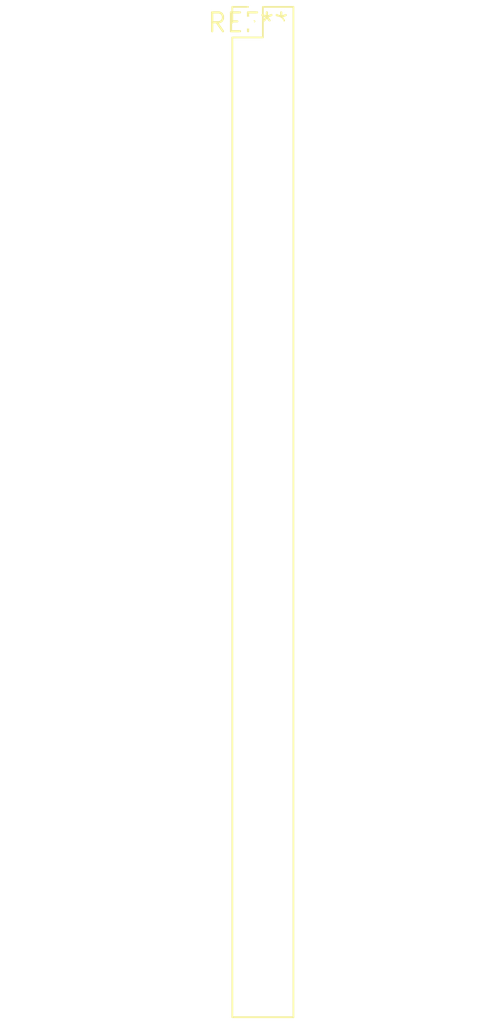
<source format=kicad_pcb>
(kicad_pcb (version 20240108) (generator pcbnew)
  (layers (0 "F.Cu" signal) (31 "B.Cu" signal) (34 "B.Paste" user) (35 "F.Paste" user) (36 "B.SilkS" user "B.Silkscreen") (37 "F.SilkS" user "F.Silkscreen") (38 "B.Mask" user) (39 "F.Mask" user) (44 "Edge.Cuts" user))
  (net 0 "")
  (footprint "PinHeader_2x34_P2.00mm_Vertical" (layer "F.Cu") (at 0 0)
    (property "Reference" "REF**")
    (property "Value" "PinHeader_2x34_P2.00mm_Vertical")
    (fp_line (start -1.06 -1.06) (end 0 -1.06) (layer "F.SilkS") (stroke (width 0.12)))
    (fp_line (start -1.06 0) (end -1.06 -1.06) (layer "F.SilkS") (stroke (width 0.12)))
    (fp_line (start -1.06 1) (end -1.06 67.06) (layer "F.SilkS") (stroke (width 0.12)))
    (fp_line (start -1.06 1) (end 1 1) (layer "F.SilkS") (stroke (width 0.12)))
    (fp_line (start -1.06 67.06) (end 3.06 67.06) (layer "F.SilkS") (stroke (width 0.12)))
    (fp_line (start 1 -1.06) (end 3.06 -1.06) (layer "F.SilkS") (stroke (width 0.12)))
    (fp_line (start 1 1) (end 1 -1.06) (layer "F.SilkS") (stroke (width 0.12)))
    (fp_line (start 3.06 -1.06) (end 3.06 67.06) (layer "F.SilkS") (stroke (width 0.12)))
    (pad "1" thru_hole rect (at 0 0) (size 1.35 1.35) (drill 0.8) (layers *.Cu *.Mask) (remove_unused_layers))
    (pad "2" thru_hole oval (at 2 0) (size 1.35 1.35) (drill 0.8) (layers *.Cu *.Mask) (remove_unused_layers))
    (pad "3" thru_hole oval (at 0 2) (size 1.35 1.35) (drill 0.8) (layers *.Cu *.Mask) (remove_unused_layers))
    (pad "4" thru_hole oval (at 2 2) (size 1.35 1.35) (drill 0.8) (layers *.Cu *.Mask) (remove_unused_layers))
    (pad "5" thru_hole oval (at 0 4) (size 1.35 1.35) (drill 0.8) (layers *.Cu *.Mask) (remove_unused_layers))
    (pad "6" thru_hole oval (at 2 4) (size 1.35 1.35) (drill 0.8) (layers *.Cu *.Mask) (remove_unused_layers))
    (pad "7" thru_hole oval (at 0 6) (size 1.35 1.35) (drill 0.8) (layers *.Cu *.Mask) (remove_unused_layers))
    (pad "8" thru_hole oval (at 2 6) (size 1.35 1.35) (drill 0.8) (layers *.Cu *.Mask) (remove_unused_layers))
    (pad "9" thru_hole oval (at 0 8) (size 1.35 1.35) (drill 0.8) (layers *.Cu *.Mask) (remove_unused_layers))
    (pad "10" thru_hole oval (at 2 8) (size 1.35 1.35) (drill 0.8) (layers *.Cu *.Mask) (remove_unused_layers))
    (pad "11" thru_hole oval (at 0 10) (size 1.35 1.35) (drill 0.8) (layers *.Cu *.Mask) (remove_unused_layers))
    (pad "12" thru_hole oval (at 2 10) (size 1.35 1.35) (drill 0.8) (layers *.Cu *.Mask) (remove_unused_layers))
    (pad "13" thru_hole oval (at 0 12) (size 1.35 1.35) (drill 0.8) (layers *.Cu *.Mask) (remove_unused_layers))
    (pad "14" thru_hole oval (at 2 12) (size 1.35 1.35) (drill 0.8) (layers *.Cu *.Mask) (remove_unused_layers))
    (pad "15" thru_hole oval (at 0 14) (size 1.35 1.35) (drill 0.8) (layers *.Cu *.Mask) (remove_unused_layers))
    (pad "16" thru_hole oval (at 2 14) (size 1.35 1.35) (drill 0.8) (layers *.Cu *.Mask) (remove_unused_layers))
    (pad "17" thru_hole oval (at 0 16) (size 1.35 1.35) (drill 0.8) (layers *.Cu *.Mask) (remove_unused_layers))
    (pad "18" thru_hole oval (at 2 16) (size 1.35 1.35) (drill 0.8) (layers *.Cu *.Mask) (remove_unused_layers))
    (pad "19" thru_hole oval (at 0 18) (size 1.35 1.35) (drill 0.8) (layers *.Cu *.Mask) (remove_unused_layers))
    (pad "20" thru_hole oval (at 2 18) (size 1.35 1.35) (drill 0.8) (layers *.Cu *.Mask) (remove_unused_layers))
    (pad "21" thru_hole oval (at 0 20) (size 1.35 1.35) (drill 0.8) (layers *.Cu *.Mask) (remove_unused_layers))
    (pad "22" thru_hole oval (at 2 20) (size 1.35 1.35) (drill 0.8) (layers *.Cu *.Mask) (remove_unused_layers))
    (pad "23" thru_hole oval (at 0 22) (size 1.35 1.35) (drill 0.8) (layers *.Cu *.Mask) (remove_unused_layers))
    (pad "24" thru_hole oval (at 2 22) (size 1.35 1.35) (drill 0.8) (layers *.Cu *.Mask) (remove_unused_layers))
    (pad "25" thru_hole oval (at 0 24) (size 1.35 1.35) (drill 0.8) (layers *.Cu *.Mask) (remove_unused_layers))
    (pad "26" thru_hole oval (at 2 24) (size 1.35 1.35) (drill 0.8) (layers *.Cu *.Mask) (remove_unused_layers))
    (pad "27" thru_hole oval (at 0 26) (size 1.35 1.35) (drill 0.8) (layers *.Cu *.Mask) (remove_unused_layers))
    (pad "28" thru_hole oval (at 2 26) (size 1.35 1.35) (drill 0.8) (layers *.Cu *.Mask) (remove_unused_layers))
    (pad "29" thru_hole oval (at 0 28) (size 1.35 1.35) (drill 0.8) (layers *.Cu *.Mask) (remove_unused_layers))
    (pad "30" thru_hole oval (at 2 28) (size 1.35 1.35) (drill 0.8) (layers *.Cu *.Mask) (remove_unused_layers))
    (pad "31" thru_hole oval (at 0 30) (size 1.35 1.35) (drill 0.8) (layers *.Cu *.Mask) (remove_unused_layers))
    (pad "32" thru_hole oval (at 2 30) (size 1.35 1.35) (drill 0.8) (layers *.Cu *.Mask) (remove_unused_layers))
    (pad "33" thru_hole oval (at 0 32) (size 1.35 1.35) (drill 0.8) (layers *.Cu *.Mask) (remove_unused_layers))
    (pad "34" thru_hole oval (at 2 32) (size 1.35 1.35) (drill 0.8) (layers *.Cu *.Mask) (remove_unused_layers))
    (pad "35" thru_hole oval (at 0 34) (size 1.35 1.35) (drill 0.8) (layers *.Cu *.Mask) (remove_unused_layers))
    (pad "36" thru_hole oval (at 2 34) (size 1.35 1.35) (drill 0.8) (layers *.Cu *.Mask) (remove_unused_layers))
    (pad "37" thru_hole oval (at 0 36) (size 1.35 1.35) (drill 0.8) (layers *.Cu *.Mask) (remove_unused_layers))
    (pad "38" thru_hole oval (at 2 36) (size 1.35 1.35) (drill 0.8) (layers *.Cu *.Mask) (remove_unused_layers))
    (pad "39" thru_hole oval (at 0 38) (size 1.35 1.35) (drill 0.8) (layers *.Cu *.Mask) (remove_unused_layers))
    (pad "40" thru_hole oval (at 2 38) (size 1.35 1.35) (drill 0.8) (layers *.Cu *.Mask) (remove_unused_layers))
    (pad "41" thru_hole oval (at 0 40) (size 1.35 1.35) (drill 0.8) (layers *.Cu *.Mask) (remove_unused_layers))
    (pad "42" thru_hole oval (at 2 40) (size 1.35 1.35) (drill 0.8) (layers *.Cu *.Mask) (remove_unused_layers))
    (pad "43" thru_hole oval (at 0 42) (size 1.35 1.35) (drill 0.8) (layers *.Cu *.Mask) (remove_unused_layers))
    (pad "44" thru_hole oval (at 2 42) (size 1.35 1.35) (drill 0.8) (layers *.Cu *.Mask) (remove_unused_layers))
    (pad "45" thru_hole oval (at 0 44) (size 1.35 1.35) (drill 0.8) (layers *.Cu *.Mask) (remove_unused_layers))
    (pad "46" thru_hole oval (at 2 44) (size 1.35 1.35) (drill 0.8) (layers *.Cu *.Mask) (remove_unused_layers))
    (pad "47" thru_hole oval (at 0 46) (size 1.35 1.35) (drill 0.8) (layers *.Cu *.Mask) (remove_unused_layers))
    (pad "48" thru_hole oval (at 2 46) (size 1.35 1.35) (drill 0.8) (layers *.Cu *.Mask) (remove_unused_layers))
    (pad "49" thru_hole oval (at 0 48) (size 1.35 1.35) (drill 0.8) (layers *.Cu *.Mask) (remove_unused_layers))
    (pad "50" thru_hole oval (at 2 48) (size 1.35 1.35) (drill 0.8) (layers *.Cu *.Mask) (remove_unused_layers))
    (pad "51" thru_hole oval (at 0 50) (size 1.35 1.35) (drill 0.8) (layers *.Cu *.Mask) (remove_unused_layers))
    (pad "52" thru_hole oval (at 2 50) (size 1.35 1.35) (drill 0.8) (layers *.Cu *.Mask) (remove_unused_layers))
    (pad "53" thru_hole oval (at 0 52) (size 1.35 1.35) (drill 0.8) (layers *.Cu *.Mask) (remove_unused_layers))
    (pad "54" thru_hole oval (at 2 52) (size 1.35 1.35) (drill 0.8) (layers *.Cu *.Mask) (remove_unused_layers))
    (pad "55" thru_hole oval (at 0 54) (size 1.35 1.35) (drill 0.8) (layers *.Cu *.Mask) (remove_unused_layers))
    (pad "56" thru_hole oval (at 2 54) (size 1.35 1.35) (drill 0.8) (layers *.Cu *.Mask) (remove_unused_layers))
    (pad "57" thru_hole oval (at 0 56) (size 1.35 1.35) (drill 0.8) (layers *.Cu *.Mask) (remove_unused_layers))
    (pad "58" thru_hole oval (at 2 56) (size 1.35 1.35) (drill 0.8) (layers *.Cu *.Mask) (remove_unused_layers))
    (pad "59" thru_hole oval (at 0 58) (size 1.35 1.35) (drill 0.8) (layers *.Cu *.Mask) (remove_unused_layers))
    (pad "60" thru_hole oval (at 2 58) (size 1.35 1.35) (drill 0.8) (layers *.Cu *.Mask) (remove_unused_layers))
    (pad "61" thru_hole oval (at 0 60) (size 1.35 1.35) (drill 0.8) (layers *.Cu *.Mask) (remove_unused_layers))
    (pad "62" thru_hole oval (at 2 60) (size 1.35 1.35) (drill 0.8) (layers *.Cu *.Mask) (remove_unused_layers))
    (pad "63" thru_hole oval (at 0 62) (size 1.35 1.35) (drill 0.8) (layers *.Cu *.Mask) (remove_unused_layers))
    (pad "64" thru_hole oval (at 2 62) (size 1.35 1.35) (drill 0.8) (layers *.Cu *.Mask) (remove_unused_layers))
    (pad "65" thru_hole oval (at 0 64) (size 1.35 1.35) (drill 0.8) (layers *.Cu *.Mask) (remove_unused_layers))
    (pad "66" thru_hole oval (at 2 64) (size 1.35 1.35) (drill 0.8) (layers *.Cu *.Mask) (remove_unused_layers))
    (pad "67" thru_hole oval (at 0 66) (size 1.35 1.35) (drill 0.8) (layers *.Cu *.Mask) (remove_unused_layers))
    (pad "68" thru_hole oval (at 2 66) (size 1.35 1.35) (drill 0.8) (layers *.Cu *.Mask) (remove_unused_layers))
  )
)
</source>
